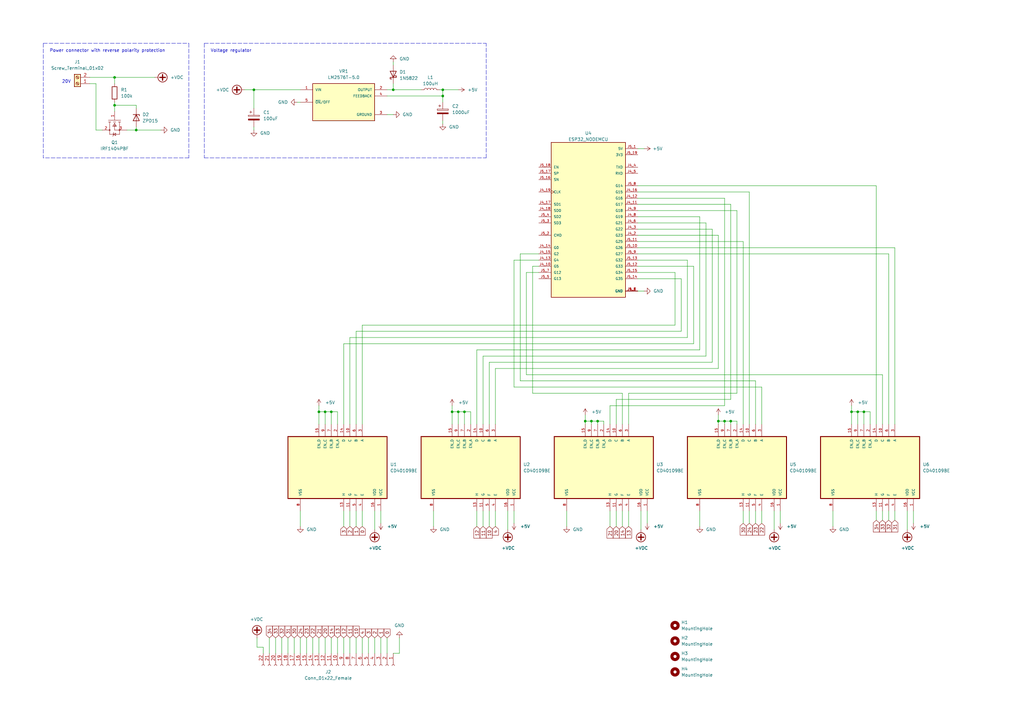
<source format=kicad_sch>
(kicad_sch (version 20211123) (generator eeschema)
  (paper "A3")
  (title_block (title "Vintage LED CLock Mainbaord") (date "2023-04-15") (rev "1.1") (company "Sternenlabor e. V.") (comment 1 "André Fiedler <mail@andrefiedler.de>"))
  (lib_symbols
    (symbol "CD40109BE:CD40109BE" (pin_names (offset 1.016))
      (property "Reference" "U" (at -12.7 21.3106 0))
      (property "Value" "CD40109BE" (at -12.7 -24.3078 0))
      (symbol "CD40109BE_0_0"
        (rectangle (start -12.7 -20.32) (end 12.7 20.32) (stroke (width 0.4064)) (fill (type background)))
        (pin power_in line (at 17.78 17.78 180) (length 5.08) (name "VCC") (number "1"))
        (pin input line (at -17.78 5.08 0) (length 5.08) (name "C") (number "10"))
        (pin output line (at 17.78 5.08 180) (length 5.08) (name "G") (number "11"))
        (pin output line (at 17.78 2.54 180) (length 5.08) (name "H") (number "13"))
        (pin input line (at -17.78 2.54 0) (length 5.08) (name "D") (number "14"))
        (pin input line (at -17.78 -7.62 0) (length 5.08) (name "EN_D") (number "15"))
        (pin power_in line (at 17.78 15.24 180) (length 5.08) (name "VDD") (number "16"))
        (pin input line (at -17.78 0 0) (length 5.08) (name "EN_A") (number "2"))
        (pin input line (at -17.78 10.16 0) (length 5.08) (name "A") (number "3"))
        (pin output line (at 17.78 10.16 180) (length 5.08) (name "E") (number "4"))
        (pin output line (at 17.78 7.62 180) (length 5.08) (name "F") (number "5"))
        (pin input line (at -17.78 7.62 0) (length 5.08) (name "B") (number "6"))
        (pin input line (at -17.78 -2.54 0) (length 5.08) (name "EN_B") (number "7"))
        (pin power_in line (at 17.78 -15.24 180) (length 5.08) (name "VSS") (number "8"))
        (pin input line (at -17.78 -5.08 0) (length 5.08) (name "EN_C") (number "9"))
      )
    )
    (symbol "Connector:Conn_01x22_Female" (pin_names (offset 1.016) hide)
      (property "Reference" "J" (at 0 27.94 0))
      (property "Value" "Conn_01x22_Female" (at 0 -30.48 0))
      (symbol "Conn_01x22_Female_1_1"
        (arc (start 0 -27.432) (mid -0.508 -27.94) (end 0 -28.448) (stroke (width 0.1524)))
        (arc (start 0 -24.892) (mid -0.508 -25.4) (end 0 -25.908) (stroke (width 0.1524)))
        (arc (start 0 -22.352) (mid -0.508 -22.86) (end 0 -23.368) (stroke (width 0.1524)))
        (arc (start 0 -19.812) (mid -0.508 -20.32) (end 0 -20.828) (stroke (width 0.1524)))
        (arc (start 0 -17.272) (mid -0.508 -17.78) (end 0 -18.288) (stroke (width 0.1524)))
        (arc (start 0 -14.732) (mid -0.508 -15.24) (end 0 -15.748) (stroke (width 0.1524)))
        (arc (start 0 -12.192) (mid -0.508 -12.7) (end 0 -13.208) (stroke (width 0.1524)))
        (arc (start 0 -9.652) (mid -0.508 -10.16) (end 0 -10.668) (stroke (width 0.1524)))
        (arc (start 0 -7.112) (mid -0.508 -7.62) (end 0 -8.128) (stroke (width 0.1524)))
        (arc (start 0 -4.572) (mid -0.508 -5.08) (end 0 -5.588) (stroke (width 0.1524)))
        (arc (start 0 -2.032) (mid -0.508 -2.54) (end 0 -3.048) (stroke (width 0.1524)))
        (polyline (pts (xy -1.27 -27.94) (xy -0.508 -27.94)) (stroke (width 0.1524)))
        (polyline (pts (xy -1.27 -25.4) (xy -0.508 -25.4)) (stroke (width 0.1524)))
        (polyline (pts (xy -1.27 -22.86) (xy -0.508 -22.86)) (stroke (width 0.1524)))
        (polyline (pts (xy -1.27 -20.32) (xy -0.508 -20.32)) (stroke (width 0.1524)))
        (polyline (pts (xy -1.27 -17.78) (xy -0.508 -17.78)) (stroke (width 0.1524)))
        (polyline (pts (xy -1.27 -15.24) (xy -0.508 -15.24)) (stroke (width 0.1524)))
        (polyline (pts (xy -1.27 -12.7) (xy -0.508 -12.7)) (stroke (width 0.1524)))
        (polyline (pts (xy -1.27 -10.16) (xy -0.508 -10.16)) (stroke (width 0.1524)))
        (polyline (pts (xy -1.27 -7.62) (xy -0.508 -7.62)) (stroke (width 0.1524)))
        (polyline (pts (xy -1.27 -5.08) (xy -0.508 -5.08)) (stroke (width 0.1524)))
        (polyline (pts (xy -1.27 -2.54) (xy -0.508 -2.54)) (stroke (width 0.1524)))
        (polyline (pts (xy -1.27 0) (xy -0.508 0)) (stroke (width 0.1524)))
        (polyline (pts (xy -1.27 2.54) (xy -0.508 2.54)) (stroke (width 0.1524)))
        (polyline (pts (xy -1.27 5.08) (xy -0.508 5.08)) (stroke (width 0.1524)))
        (polyline (pts (xy -1.27 7.62) (xy -0.508 7.62)) (stroke (width 0.1524)))
        (polyline (pts (xy -1.27 10.16) (xy -0.508 10.16)) (stroke (width 0.1524)))
        (polyline (pts (xy -1.27 12.7) (xy -0.508 12.7)) (stroke (width 0.1524)))
        (polyline (pts (xy -1.27 15.24) (xy -0.508 15.24)) (stroke (width 0.1524)))
        (polyline (pts (xy -1.27 17.78) (xy -0.508 17.78)) (stroke (width 0.1524)))
        (polyline (pts (xy -1.27 20.32) (xy -0.508 20.32)) (stroke (width 0.1524)))
        (polyline (pts (xy -1.27 22.86) (xy -0.508 22.86)) (stroke (width 0.1524)))
        (polyline (pts (xy -1.27 25.4) (xy -0.508 25.4)) (stroke (width 0.1524)))
        (arc (start 0 0.508) (mid -0.508 0) (end 0 -0.508) (stroke (width 0.1524)))
        (arc (start 0 3.048) (mid -0.508 2.54) (end 0 2.032) (stroke (width 0.1524)))
        (arc (start 0 5.588) (mid -0.508 5.08) (end 0 4.572) (stroke (width 0.1524)))
        (arc (start 0 8.128) (mid -0.508 7.62) (end 0 7.112) (stroke (width 0.1524)))
        (arc (start 0 10.668) (mid -0.508 10.16) (end 0 9.652) (stroke (width 0.1524)))
        (arc (start 0 13.208) (mid -0.508 12.7) (end 0 12.192) (stroke (width 0.1524)))
        (arc (start 0 15.748) (mid -0.508 15.24) (end 0 14.732) (stroke (width 0.1524)))
        (arc (start 0 18.288) (mid -0.508 17.78) (end 0 17.272) (stroke (width 0.1524)))
        (arc (start 0 20.828) (mid -0.508 20.32) (end 0 19.812) (stroke (width 0.1524)))
        (arc (start 0 23.368) (mid -0.508 22.86) (end 0 22.352) (stroke (width 0.1524)))
        (arc (start 0 25.908) (mid -0.508 25.4) (end 0 24.892) (stroke (width 0.1524)))
        (pin passive line (at -5.08 25.4 0) (length 3.81) (name "Pin_1") (number "1"))
        (pin passive line (at -5.08 2.54 0) (length 3.81) (name "Pin_10") (number "10"))
        (pin passive line (at -5.08 0 0) (length 3.81) (name "Pin_11") (number "11"))
        (pin passive line (at -5.08 -2.54 0) (length 3.81) (name "Pin_12") (number "12"))
        (pin passive line (at -5.08 -5.08 0) (length 3.81) (name "Pin_13") (number "13"))
        (pin passive line (at -5.08 -7.62 0) (length 3.81) (name "Pin_14") (number "14"))
        (pin passive line (at -5.08 -10.16 0) (length 3.81) (name "Pin_15") (number "15"))
        (pin passive line (at -5.08 -12.7 0) (length 3.81) (name "Pin_16") (number "16"))
        (pin passive line (at -5.08 -15.24 0) (length 3.81) (name "Pin_17") (number "17"))
        (pin passive line (at -5.08 -17.78 0) (length 3.81) (name "Pin_18") (number "18"))
        (pin passive line (at -5.08 -20.32 0) (length 3.81) (name "Pin_19") (number "19"))
        (pin passive line (at -5.08 22.86 0) (length 3.81) (name "Pin_2") (number "2"))
        (pin passive line (at -5.08 -22.86 0) (length 3.81) (name "Pin_20") (number "20"))
        (pin passive line (at -5.08 -25.4 0) (length 3.81) (name "Pin_21") (number "21"))
        (pin passive line (at -5.08 -27.94 0) (length 3.81) (name "Pin_22") (number "22"))
        (pin passive line (at -5.08 20.32 0) (length 3.81) (name "Pin_3") (number "3"))
        (pin passive line (at -5.08 17.78 0) (length 3.81) (name "Pin_4") (number "4"))
        (pin passive line (at -5.08 15.24 0) (length 3.81) (name "Pin_5") (number "5"))
        (pin passive line (at -5.08 12.7 0) (length 3.81) (name "Pin_6") (number "6"))
        (pin passive line (at -5.08 10.16 0) (length 3.81) (name "Pin_7") (number "7"))
        (pin passive line (at -5.08 7.62 0) (length 3.81) (name "Pin_8") (number "8"))
        (pin passive line (at -5.08 5.08 0) (length 3.81) (name "Pin_9") (number "9"))
      )
    )
    (symbol "Connector:Screw_Terminal_01x02" (pin_names (offset 1.016) hide)
      (property "Reference" "J" (at 0 2.54 0))
      (property "Value" "Screw_Terminal_01x02" (at 0 -5.08 0))
      (symbol "Screw_Terminal_01x02_1_1"
        (rectangle (start -1.27 1.27) (end 1.27 -3.81) (stroke (width 0.254)) (fill (type background)))
        (circle (center 0 -2.54) (radius 0.635) (stroke (width 0.1524)))
        (polyline (pts (xy -0.5334 -2.2098) (xy 0.3302 -3.048)) (stroke (width 0.1524)))
        (polyline (pts (xy -0.5334 0.3302) (xy 0.3302 -0.508)) (stroke (width 0.1524)))
        (polyline (pts (xy -0.3556 -2.032) (xy 0.508 -2.8702)) (stroke (width 0.1524)))
        (polyline (pts (xy -0.3556 0.508) (xy 0.508 -0.3302)) (stroke (width 0.1524)))
        (circle (center 0 0) (radius 0.635) (stroke (width 0.1524)))
        (pin passive line (at -5.08 0 0) (length 3.81) (name "Pin_1") (number "1"))
        (pin passive line (at -5.08 -2.54 0) (length 3.81) (name "Pin_2") (number "2"))
      )
    )
    (symbol "Device:C_Polarized" (pin_numbers hide) (pin_names (offset 0.254))
      (property "Reference" "C" (at 0.635 2.54 0))
      (property "Value" "C_Polarized" (at 0.635 -2.54 0))
      (symbol "C_Polarized_0_1"
        (rectangle (start -2.286 0.508) (end 2.286 1.016))
        (polyline (pts (xy -1.778 2.286) (xy -0.762 2.286)))
        (polyline (pts (xy -1.27 2.794) (xy -1.27 1.778)))
        (rectangle (start 2.286 -0.508) (end -2.286 -1.016) (fill (type outline)))
      )
      (symbol "C_Polarized_1_1"
        (pin passive line (at 0 3.81 270) (length 2.794) (name "~") (number "1"))
        (pin passive line (at 0 -3.81 90) (length 2.794) (name "~") (number "2"))
      )
    )
    (symbol "Device:L" (pin_numbers hide) (pin_names (offset 1.016) hide)
      (property "Reference" "L" (at -1.27 0 90))
      (property "Value" "L" (at 1.905 0 90))
      (symbol "L_0_1"
        (arc (start 0 -2.54) (mid 0.635 -1.905) (end 0 -1.27))
        (arc (start 0 -1.27) (mid 0.635 -0.635) (end 0 0))
        (arc (start 0 0) (mid 0.635 0.635) (end 0 1.27))
        (arc (start 0 1.27) (mid 0.635 1.905) (end 0 2.54))
      )
      (symbol "L_1_1"
        (pin passive line (at 0 3.81 270) (length 1.27) (name "1") (number "1"))
        (pin passive line (at 0 -3.81 90) (length 1.27) (name "2") (number "2"))
      )
    )
    (symbol "Device:R" (pin_numbers hide) (pin_names (offset 0))
      (property "Reference" "R" (at 2.032 0 90))
      (property "Value" "R" (at 0 0 90))
      (symbol "R_0_1"
        (rectangle (start -1.016 -2.54) (end 1.016 2.54) (stroke (width 0.254)))
      )
      (symbol "R_1_1"
        (pin passive line (at 0 3.81 270) (length 1.27) (name "~") (number "1"))
        (pin passive line (at 0 -3.81 90) (length 1.27) (name "~") (number "2"))
      )
    )
    (symbol "Diode:1N5822" (pin_numbers hide) (pin_names (offset 1.016) hide)
      (property "Reference" "D" (at 0 2.54 0))
      (property "Value" "1N5822" (at 0 -2.54 0))
      (symbol "1N5822_0_1"
        (polyline (pts (xy 1.27 0) (xy -1.27 0)))
        (polyline (pts (xy 1.27 1.27) (xy 1.27 -1.27) (xy -1.27 0) (xy 1.27 1.27)) (stroke (width 0.254)))
        (polyline (pts (xy -1.905 0.635) (xy -1.905 1.27) (xy -1.27 1.27) (xy -1.27 -1.27) (xy -0.635 -1.27) (xy -0.635 -0.635)) (stroke (width 0.254)))
      )
      (symbol "1N5822_1_1"
        (pin passive line (at -3.81 0 0) (length 2.54) (name "K") (number "1"))
        (pin passive line (at 3.81 0 180) (length 2.54) (name "A") (number "2"))
      )
    )
    (symbol "Diode:ZPDxx" (pin_numbers hide) (pin_names hide)
      (property "Reference" "D" (at 0 2.54 0))
      (property "Value" "ZPDxx" (at 0 -2.54 0))
      (symbol "ZPDxx_0_1"
        (polyline (pts (xy 1.27 0) (xy -1.27 0)))
        (polyline (pts (xy -1.27 -1.27) (xy -1.27 1.27) (xy -0.762 1.27)) (stroke (width 0.254)))
        (polyline (pts (xy 1.27 -1.27) (xy 1.27 1.27) (xy -1.27 0) (xy 1.27 -1.27)) (stroke (width 0.254)))
      )
      (symbol "ZPDxx_1_1"
        (pin passive line (at -3.81 0 0) (length 2.54) (name "K") (number "1"))
        (pin passive line (at 3.81 0 180) (length 2.54) (name "A") (number "2"))
      )
    )
    (symbol "ESP32_NODEMCU:ESP32_NODEMCU" (pin_names (offset 1.016))
      (property "Reference" "U" (at -15.24 31.242 0))
      (property "Value" "ESP32_NODEMCU" (at -15.24 -35.56 0))
      (symbol "ESP32_NODEMCU_0_0"
        (rectangle (start -15.24 -33.02) (end 15.24 30.48) (stroke (width 0.254)) (fill (type background)))
        (pin power_in line (at 20.32 -30.48 180) (length 5.08) (name "GND") (number "J4_1"))
        (pin bidirectional line (at -20.32 -20.32 0) (length 5.08) (name "G5") (number "J4_10"))
        (pin bidirectional line (at 20.32 5.08 180) (length 5.08) (name "G17") (number "J4_11"))
        (pin bidirectional line (at 20.32 7.62 180) (length 5.08) (name "G16") (number "J4_12"))
        (pin bidirectional line (at -20.32 -17.78 0) (length 5.08) (name "G4") (number "J4_13"))
        (pin bidirectional line (at -20.32 -12.7 0) (length 5.08) (name "G0") (number "J4_14"))
        (pin bidirectional line (at -20.32 -15.24 0) (length 5.08) (name "G2") (number "J4_15"))
        (pin bidirectional line (at 20.32 10.16 180) (length 5.08) (name "G15") (number "J4_16"))
        (pin bidirectional line (at -20.32 5.08 0) (length 5.08) (name "SD1") (number "J4_17"))
        (pin bidirectional line (at -20.32 2.54 0) (length 5.08) (name "SD0") (number "J4_18"))
        (pin input clock (at -20.32 10.16 0) (length 5.08) (name "CLK") (number "J4_19"))
        (pin bidirectional line (at 20.32 -7.62 180) (length 5.08) (name "G23") (number "J4_2"))
        (pin bidirectional line (at 20.32 -5.08 180) (length 5.08) (name "G22") (number "J4_3"))
        (pin output line (at 20.32 20.32 180) (length 5.08) (name "TXD") (number "J4_4"))
        (pin input line (at 20.32 17.78 180) (length 5.08) (name "RXD") (number "J4_5"))
        (pin bidirectional line (at 20.32 -2.54 180) (length 5.08) (name "G21") (number "J4_6"))
        (pin power_in line (at 20.32 -30.48 180) (length 5.08) (name "GND") (number "J4_7"))
        (pin bidirectional line (at 20.32 0 180) (length 5.08) (name "G19") (number "J4_8"))
        (pin bidirectional line (at 20.32 2.54 180) (length 5.08) (name "G18") (number "J4_9"))
        (pin power_in line (at 20.32 27.94 180) (length 5.08) (name "5V") (number "J5_1"))
        (pin bidirectional line (at 20.32 -12.7 180) (length 5.08) (name "G26") (number "J5_10"))
        (pin bidirectional line (at 20.32 -10.16 180) (length 5.08) (name "G25") (number "J5_11"))
        (pin bidirectional line (at 20.32 -20.32 180) (length 5.08) (name "G33") (number "J5_12"))
        (pin bidirectional line (at 20.32 -17.78 180) (length 5.08) (name "G32") (number "J5_13"))
        (pin bidirectional line (at 20.32 -25.4 180) (length 5.08) (name "G35") (number "J5_14"))
        (pin bidirectional line (at 20.32 -22.86 180) (length 5.08) (name "G34") (number "J5_15"))
        (pin input line (at -20.32 15.24 0) (length 5.08) (name "SN") (number "J5_16"))
        (pin input line (at -20.32 17.78 0) (length 5.08) (name "SP") (number "J5_17"))
        (pin input line (at -20.32 20.32 0) (length 5.08) (name "EN") (number "J5_18"))
        (pin power_in line (at 20.32 25.4 180) (length 5.08) (name "3V3") (number "J5_19"))
        (pin bidirectional line (at -20.32 -7.62 0) (length 5.08) (name "CMD") (number "J5_2"))
        (pin bidirectional line (at -20.32 -2.54 0) (length 5.08) (name "SD3") (number "J5_3"))
        (pin bidirectional line (at -20.32 0 0) (length 5.08) (name "SD2") (number "J5_4"))
        (pin bidirectional line (at -20.32 -25.4 0) (length 5.08) (name "G13") (number "J5_5"))
        (pin power_in line (at 20.32 -30.48 180) (length 5.08) (name "GND") (number "J5_6"))
        (pin bidirectional line (at -20.32 -22.86 0) (length 5.08) (name "G12") (number "J5_7"))
        (pin bidirectional line (at 20.32 12.7 180) (length 5.08) (name "G14") (number "J5_8"))
        (pin bidirectional line (at 20.32 -15.24 180) (length 5.08) (name "G27") (number "J5_9"))
      )
    )
    (symbol "IRF1404PBF:IRF1404PBF" (pin_names (offset 1.016))
      (property "Reference" "Q" (at 0 7.62 0))
      (property "Value" "IRF1404PBF" (at 0 10.16 0))
      (symbol "IRF1404PBF_1_1"
        (polyline (pts (xy 6.096 -2.54) (xy 6.096 2.54)))
        (polyline (pts (xy 6.858 -2.032) (xy 10.16 -2.032)))
        (polyline (pts (xy 6.858 -1.524) (xy 6.858 -2.54)))
        (polyline (pts (xy 6.858 0.508) (xy 6.858 -0.508)))
        (polyline (pts (xy 6.858 1.524) (xy 6.858 2.54)))
        (polyline (pts (xy 6.858 2.032) (xy 10.16 2.032)))
        (polyline (pts (xy 7.366 0) (xy 8.636 -0.762)))
        (polyline (pts (xy 7.366 0) (xy 8.636 0.762)))
        (polyline (pts (xy 7.62 0) (xy 10.16 0)))
        (polyline (pts (xy 8.382 0.254) (xy 8.382 -0.508)))
        (polyline (pts (xy 8.636 0.762) (xy 8.636 -0.762)))
        (polyline (pts (xy 10.16 -2.032) (xy 11.938 -2.032)))
        (polyline (pts (xy 11.43 -0.508) (xy 12.446 -0.508)))
        (polyline (pts (xy 11.43 0.508) (xy 11.176 0.254)))
        (polyline (pts (xy 11.938 -2.032) (xy 11.938 2.032)))
        (polyline (pts (xy 11.938 0.508) (xy 11.43 -0.508)))
        (polyline (pts (xy 11.938 0.508) (xy 11.43 0.508)))
        (polyline (pts (xy 11.938 0.508) (xy 12.446 0.508)))
        (polyline (pts (xy 11.938 2.032) (xy 10.16 2.032)))
        (polyline (pts (xy 12.446 -0.508) (xy 11.938 0.508)))
        (polyline (pts (xy 12.446 0.508) (xy 12.7 0.762)))
        (circle (center 10.16 -2.032) (radius 0.254))
        (circle (center 10.16 2.032) (radius 0.254))
        (pin passive line (at 2.54 0 0) (length 3.556) (name "GATE") (number "1"))
        (pin passive line (at 10.16 5.08 270) (length 3.048) (name "DRAIN") (number "2"))
        (pin passive line (at 10.16 -5.08 90) (length 5.08) (name "SOURCE") (number "3"))
      )
    )
    (symbol "LM2576T-5.0:LM2576T-5.0" (pin_names (offset 1.016))
      (property "Reference" "VR" (at -12.7 8.89 0))
      (property "Value" "LM2576T-5.0" (at -12.7 -8.89 0))
      (symbol "LM2576T-5.0_0_0"
        (rectangle (start -12.7 -7.62) (end 12.7 7.62) (stroke (width 0.254)) (fill (type background)))
        (pin input line (at -17.78 5.08 0) (length 5.08) (name "VIN") (number "1"))
        (pin output line (at 17.78 5.08 180) (length 5.08) (name "OUTPUT") (number "2"))
        (pin power_in line (at 17.78 -5.08 180) (length 5.08) (name "GROUND") (number "3"))
        (pin input line (at 17.78 2.54 180) (length 5.08) (name "FEEDBACK") (number "4"))
        (pin input line (at -17.78 0 0) (length 5.08) (name "~{ON}/OFF") (number "5"))
      )
    )
    (symbol "Mechanical:MountingHole" (pin_names (offset 1.016))
      (property "Reference" "H" (at 0 5.08 0))
      (property "Value" "MountingHole" (at 0 3.175 0))
      (symbol "MountingHole_0_1"
        (circle (center 0 0) (radius 1.27) (stroke (width 1.27)))
      )
    )
    (symbol "power:+5V" (power) (pin_names (offset 0))
      (property "Value" "+5V" (at 0 3.556 0))
      (symbol "+5V_0_1"
        (polyline (pts (xy -0.762 1.27) (xy 0 2.54)))
        (polyline (pts (xy 0 0) (xy 0 2.54)))
        (polyline (pts (xy 0 2.54) (xy 0.762 1.27)))
      )
      (symbol "+5V_1_1"
        (pin power_in line (at 0 0 90) (length 0) hide (name "+5V") (number "1"))
      )
    )
    (symbol "power:+VDC" (power) (pin_names (offset 0))
      (property "Value" "+VDC" (at 0 6.35 0))
      (symbol "+VDC_0_1"
        (polyline (pts (xy -1.143 3.175) (xy 1.143 3.175)) (stroke (width 0.508)))
        (polyline (pts (xy 0 0) (xy 0 1.27)))
        (polyline (pts (xy 0 2.032) (xy 0 4.318)) (stroke (width 0.508)))
        (circle (center 0 3.175) (radius 1.905) (stroke (width 0.254)))
      )
      (symbol "+VDC_1_1"
        (pin power_in line (at 0 0 90) (length 0) hide (name "+VDC") (number "1"))
      )
    )
    (symbol "power:GND" (power) (pin_names (offset 0))
      (property "Value" "GND" (at 0 -3.81 0))
      (symbol "GND_0_1"
        (polyline (pts (xy 0 0) (xy 0 -1.27) (xy 1.27 -1.27) (xy 0 -2.54) (xy -1.27 -1.27) (xy 0 -1.27)))
      )
      (symbol "GND_1_1"
        (pin power_in line (at 0 0 270) (length 0) hide (name "GND") (number "1"))
      )
    )
  )
  (junction (at 349.25 168.91))
  (junction (at 185.42 168.91))
  (junction (at 294.64 172.72))
  (junction (at 55.88 53.34))
  (junction (at 245.11 172.72))
  (junction (at 130.81 168.91))
  (junction (at 187.96 168.91))
  (junction (at 181.61 39.37))
  (junction (at 190.5 168.91))
  (junction (at 351.79 168.91))
  (junction (at 299.72 172.72))
  (junction (at 133.35 168.91))
  (junction (at 354.33 168.91))
  (junction (at 240.03 172.72))
  (junction (at 242.57 172.72))
  (junction (at 46.99 43.18))
  (junction (at 46.99 31.75))
  (junction (at 104.14 36.83))
  (junction (at 161.29 36.83))
  (junction (at 135.89 168.91))
  (junction (at 181.61 36.83))
  (junction (at 297.18 172.72))
  (wire (pts (xy 320.04 209.55) (xy 320.04 214.63)))
  (wire (pts (xy 143.51 209.55) (xy 143.51 215.9)))
  (wire (pts (xy 125.73 267.97) (xy 125.73 261.62)))
  (wire (pts (xy 133.35 267.97) (xy 133.35 261.62)))
  (wire (pts (xy 304.8 99.06) (xy 261.62 99.06)))
  (wire (pts (xy 46.99 43.18) (xy 46.99 45.72)))
  (wire (pts (xy 180.34 36.83) (xy 181.61 36.83)))
  (wire (pts (xy 289.56 146.05) (xy 198.12 146.05)))
  (wire (pts (xy 257.81 161.29) (xy 302.26 161.29)))
  (wire (pts (xy 367.03 209.55) (xy 367.03 213.36)))
  (wire (pts (xy 359.41 76.2) (xy 359.41 173.99)))
  (wire (pts (xy 309.88 173.99) (xy 309.88 156.21)))
  (wire (pts (xy 104.14 36.83) (xy 123.19 36.83)))
  (wire (pts (xy 240.03 170.18) (xy 240.03 172.72)))
  (wire (pts (xy 55.88 43.18) (xy 46.99 43.18)))
  (wire (pts (xy 158.75 46.99) (xy 161.29 46.99)))
  (wire (pts (xy 242.57 172.72) (xy 240.03 172.72)))
  (wire (pts (xy 354.33 168.91) (xy 351.79 168.91)))
  (wire (pts (xy 153.67 267.97) (xy 153.67 261.62)))
  (wire (pts (xy 261.62 76.2) (xy 359.41 76.2)))
  (wire (pts (xy 261.62 81.28) (xy 297.18 81.28)))
  (wire (pts (xy 292.1 148.59) (xy 292.1 93.98)))
  (wire (pts (xy 261.62 119.38) (xy 264.16 119.38)))
  (wire (pts (xy 364.49 104.14) (xy 364.49 173.99)))
  (wire (pts (xy 307.34 173.99) (xy 307.34 78.74)))
  (wire (pts (xy 128.27 267.97) (xy 128.27 261.62)))
  (wire (pts (xy 299.72 163.83) (xy 252.73 163.83)))
  (wire (pts (xy 133.35 168.91) (xy 133.35 173.99)))
  (wire (pts (xy 294.64 96.52) (xy 261.62 96.52)))
  (wire (pts (xy 185.42 166.37) (xy 185.42 168.91)))
  (wire (pts (xy 203.2 151.13) (xy 294.64 151.13)))
  (wire (pts (xy 299.72 172.72) (xy 299.72 173.99)))
  (wire (pts (xy 113.03 267.97) (xy 113.03 261.62)))
  (wire (pts (xy 39.37 34.29) (xy 39.37 53.34)))
  (wire (pts (xy 55.88 44.45) (xy 55.88 43.18)))
  (wire (pts (xy 181.61 39.37) (xy 181.61 41.91)))
  (wire (pts (xy 185.42 168.91) (xy 185.42 173.99)))
  (wire (pts (xy 130.81 168.91) (xy 130.81 173.99)))
  (wire (pts (xy 213.36 104.14) (xy 220.98 104.14)))
  (wire (pts (xy 148.59 209.55) (xy 148.59 215.9)))
  (wire (pts (xy 262.89 209.55) (xy 262.89 217.17)))
  (wire (pts (xy 302.26 173.99) (xy 302.26 172.72)))
  (wire (pts (xy 39.37 53.34) (xy 41.91 53.34)))
  (wire (pts (xy 372.11 209.55) (xy 372.11 217.17)))
  (wire (pts (xy 195.58 143.51) (xy 287.02 143.51)))
  (wire (pts (xy 118.11 267.97) (xy 118.11 261.62)))
  (wire (pts (xy 195.58 209.55) (xy 195.58 215.9)))
  (wire (pts (xy 364.49 209.55) (xy 364.49 213.36)))
  (wire (pts (xy 138.43 168.91) (xy 135.89 168.91)))
  (wire (pts (xy 163.83 267.97) (xy 161.29 267.97)))
  (wire (pts (xy 156.21 209.55) (xy 156.21 214.63)))
  (wire (pts (xy 163.83 261.62) (xy 163.83 267.97)))
  (wire (pts (xy 294.64 170.18) (xy 294.64 172.72)))
  (wire (pts (xy 261.62 106.68) (xy 281.94 106.68)))
  (wire (pts (xy 261.62 111.76) (xy 276.86 111.76)))
  (wire (pts (xy 46.99 31.75) (xy 63.5 31.75)))
  (wire (pts (xy 218.44 109.22) (xy 220.98 109.22)))
  (wire (pts (xy 261.62 114.3) (xy 279.4 114.3)))
  (wire (pts (xy 356.87 168.91) (xy 354.33 168.91)))
  (wire (pts (xy 138.43 173.99) (xy 138.43 168.91)))
  (wire (pts (xy 257.81 209.55) (xy 257.81 215.9)))
  (wire (pts (xy 255.27 209.55) (xy 255.27 215.9)))
  (wire (pts (xy 190.5 168.91) (xy 187.96 168.91)))
  (wire (pts (xy 349.25 166.37) (xy 349.25 168.91)))
  (wire (pts (xy 299.72 83.82) (xy 299.72 163.83)))
  (wire (pts (xy 356.87 173.99) (xy 356.87 168.91)))
  (wire (pts (xy 123.19 209.55) (xy 123.19 215.9)))
  (polyline (pts (xy 17.78 17.78) (xy 17.78 64.77)))
  (wire (pts (xy 213.36 156.21) (xy 213.36 104.14)))
  (wire (pts (xy 317.5 209.55) (xy 317.5 217.17)))
  (wire (pts (xy 105.41 265.43) (xy 107.95 265.43)))
  (wire (pts (xy 250.19 209.55) (xy 250.19 215.9)))
  (wire (pts (xy 215.9 111.76) (xy 220.98 111.76)))
  (wire (pts (xy 218.44 161.29) (xy 218.44 109.22)))
  (wire (pts (xy 302.26 86.36) (xy 302.26 161.29)))
  (wire (pts (xy 312.42 158.75) (xy 210.82 158.75)))
  (wire (pts (xy 261.62 86.36) (xy 302.26 86.36)))
  (wire (pts (xy 198.12 209.55) (xy 198.12 215.9)))
  (wire (pts (xy 250.19 166.37) (xy 250.19 173.99)))
  (wire (pts (xy 146.05 267.97) (xy 146.05 261.62)))
  (wire (pts (xy 140.97 267.97) (xy 140.97 261.62)))
  (wire (pts (xy 287.02 209.55) (xy 287.02 215.9)))
  (wire (pts (xy 52.07 53.34) (xy 55.88 53.34)))
  (wire (pts (xy 287.02 143.51) (xy 287.02 88.9)))
  (wire (pts (xy 245.11 172.72) (xy 242.57 172.72)))
  (wire (pts (xy 140.97 140.97) (xy 284.48 140.97)))
  (wire (pts (xy 232.41 209.55) (xy 232.41 215.9)))
  (wire (pts (xy 245.11 172.72) (xy 245.11 173.99)))
  (wire (pts (xy 247.65 172.72) (xy 245.11 172.72)))
  (wire (pts (xy 130.81 267.97) (xy 130.81 261.62)))
  (wire (pts (xy 257.81 173.99) (xy 257.81 161.29)))
  (wire (pts (xy 210.82 106.68) (xy 220.98 106.68)))
  (wire (pts (xy 261.62 91.44) (xy 289.56 91.44)))
  (wire (pts (xy 187.96 168.91) (xy 187.96 173.99)))
  (wire (pts (xy 161.29 25.4) (xy 161.29 26.67)))
  (wire (pts (xy 297.18 166.37) (xy 250.19 166.37)))
  (polyline (pts (xy 83.82 64.77) (xy 199.39 64.77)))
  (wire (pts (xy 261.62 83.82) (xy 299.72 83.82)))
  (wire (pts (xy 261.62 104.14) (xy 364.49 104.14)))
  (wire (pts (xy 203.2 209.55) (xy 203.2 215.9)))
  (wire (pts (xy 351.79 168.91) (xy 349.25 168.91)))
  (wire (pts (xy 181.61 39.37) (xy 181.61 36.83)))
  (wire (pts (xy 252.73 209.55) (xy 252.73 215.9)))
  (wire (pts (xy 110.49 267.97) (xy 110.49 261.62)))
  (wire (pts (xy 294.64 172.72) (xy 294.64 173.99)))
  (wire (pts (xy 100.33 36.83) (xy 104.14 36.83)))
  (wire (pts (xy 312.42 209.55) (xy 312.42 214.63)))
  (wire (pts (xy 302.26 172.72) (xy 299.72 172.72)))
  (polyline (pts (xy 83.82 17.78) (xy 83.82 64.77)))
  (wire (pts (xy 299.72 172.72) (xy 297.18 172.72)))
  (wire (pts (xy 200.66 148.59) (xy 292.1 148.59)))
  (wire (pts (xy 158.75 36.83) (xy 161.29 36.83)))
  (wire (pts (xy 181.61 49.53) (xy 181.61 50.8)))
  (wire (pts (xy 158.75 267.97) (xy 158.75 261.62)))
  (wire (pts (xy 107.95 265.43) (xy 107.95 267.97)))
  (wire (pts (xy 146.05 135.89) (xy 279.4 135.89)))
  (wire (pts (xy 265.43 209.55) (xy 265.43 214.63)))
  (wire (pts (xy 307.34 209.55) (xy 307.34 214.63)))
  (wire (pts (xy 177.8 209.55) (xy 177.8 215.9)))
  (wire (pts (xy 284.48 109.22) (xy 284.48 140.97)))
  (wire (pts (xy 307.34 78.74) (xy 261.62 78.74)))
  (wire (pts (xy 297.18 81.28) (xy 297.18 166.37)))
  (wire (pts (xy 104.14 52.07) (xy 104.14 53.34)))
  (wire (pts (xy 115.57 267.97) (xy 115.57 261.62)))
  (wire (pts (xy 133.35 168.91) (xy 130.81 168.91)))
  (wire (pts (xy 105.41 261.62) (xy 105.41 265.43)))
  (wire (pts (xy 120.65 267.97) (xy 120.65 261.62)))
  (wire (pts (xy 148.59 133.35) (xy 276.86 133.35)))
  (wire (pts (xy 193.04 168.91) (xy 190.5 168.91)))
  (wire (pts (xy 304.8 173.99) (xy 304.8 99.06)))
  (wire (pts (xy 146.05 135.89) (xy 146.05 173.99)))
  (wire (pts (xy 359.41 209.55) (xy 359.41 213.36)))
  (wire (pts (xy 190.5 168.91) (xy 190.5 173.99)))
  (wire (pts (xy 240.03 172.72) (xy 240.03 173.99)))
  (wire (pts (xy 203.2 173.99) (xy 203.2 151.13)))
  (wire (pts (xy 187.96 168.91) (xy 185.42 168.91)))
  (wire (pts (xy 279.4 114.3) (xy 279.4 135.89)))
  (polyline (pts (xy 199.39 64.77) (xy 199.39 17.78)))
  (wire (pts (xy 195.58 173.99) (xy 195.58 143.51)))
  (wire (pts (xy 242.57 172.72) (xy 242.57 173.99)))
  (wire (pts (xy 341.63 209.55) (xy 341.63 215.9)))
  (polyline (pts (xy 17.78 17.78) (xy 77.47 17.78)))
  (wire (pts (xy 148.59 133.35) (xy 148.59 173.99)))
  (wire (pts (xy 123.19 267.97) (xy 123.19 261.62)))
  (wire (pts (xy 135.89 168.91) (xy 135.89 173.99)))
  (wire (pts (xy 146.05 209.55) (xy 146.05 215.9)))
  (wire (pts (xy 312.42 173.99) (xy 312.42 158.75)))
  (wire (pts (xy 193.04 173.99) (xy 193.04 168.91)))
  (wire (pts (xy 151.13 267.97) (xy 151.13 261.62)))
  (wire (pts (xy 138.43 267.97) (xy 138.43 261.62)))
  (wire (pts (xy 148.59 267.97) (xy 148.59 261.62)))
  (wire (pts (xy 252.73 163.83) (xy 252.73 173.99)))
  (wire (pts (xy 361.95 209.55) (xy 361.95 213.36)))
  (wire (pts (xy 158.75 39.37) (xy 181.61 39.37)))
  (wire (pts (xy 135.89 267.97) (xy 135.89 261.62)))
  (wire (pts (xy 292.1 93.98) (xy 261.62 93.98)))
  (wire (pts (xy 200.66 209.55) (xy 200.66 215.9)))
  (wire (pts (xy 143.51 138.43) (xy 281.94 138.43)))
  (wire (pts (xy 156.21 267.97) (xy 156.21 261.62)))
  (wire (pts (xy 210.82 209.55) (xy 210.82 214.63)))
  (wire (pts (xy 39.37 34.29) (xy 36.83 34.29)))
  (wire (pts (xy 181.61 36.83) (xy 187.96 36.83)))
  (wire (pts (xy 304.8 209.55) (xy 304.8 214.63)))
  (wire (pts (xy 261.62 109.22) (xy 284.48 109.22)))
  (wire (pts (xy 294.64 151.13) (xy 294.64 96.52)))
  (wire (pts (xy 210.82 158.75) (xy 210.82 106.68)))
  (wire (pts (xy 247.65 173.99) (xy 247.65 172.72)))
  (wire (pts (xy 143.51 267.97) (xy 143.51 261.62)))
  (wire (pts (xy 46.99 41.91) (xy 46.99 43.18)))
  (wire (pts (xy 140.97 209.55) (xy 140.97 215.9)))
  (wire (pts (xy 130.81 166.37) (xy 130.81 168.91)))
  (wire (pts (xy 215.9 153.67) (xy 361.95 153.67)))
  (wire (pts (xy 55.88 53.34) (xy 66.04 53.34)))
  (wire (pts (xy 255.27 173.99) (xy 255.27 161.29)))
  (wire (pts (xy 200.66 173.99) (xy 200.66 148.59)))
  (wire (pts (xy 55.88 53.34) (xy 55.88 52.07)))
  (wire (pts (xy 46.99 31.75) (xy 46.99 34.29)))
  (wire (pts (xy 104.14 36.83) (xy 104.14 44.45)))
  (wire (pts (xy 361.95 153.67) (xy 361.95 173.99)))
  (wire (pts (xy 264.16 60.96) (xy 261.62 60.96)))
  (wire (pts (xy 276.86 111.76) (xy 276.86 133.35)))
  (wire (pts (xy 261.62 101.6) (xy 367.03 101.6)))
  (wire (pts (xy 309.88 209.55) (xy 309.88 214.63)))
  (polyline (pts (xy 77.47 17.78) (xy 77.47 64.77)))
  (wire (pts (xy 351.79 168.91) (xy 351.79 173.99)))
  (wire (pts (xy 255.27 161.29) (xy 218.44 161.29)))
  (wire (pts (xy 289.56 91.44) (xy 289.56 146.05)))
  (wire (pts (xy 281.94 106.68) (xy 281.94 138.43)))
  (wire (pts (xy 161.29 36.83) (xy 172.72 36.83)))
  (wire (pts (xy 140.97 140.97) (xy 140.97 173.99)))
  (wire (pts (xy 349.25 168.91) (xy 349.25 173.99)))
  (wire (pts (xy 287.02 88.9) (xy 261.62 88.9)))
  (wire (pts (xy 121.92 41.91) (xy 123.19 41.91)))
  (wire (pts (xy 309.88 156.21) (xy 213.36 156.21)))
  (wire (pts (xy 143.51 138.43) (xy 143.51 173.99)))
  (polyline (pts (xy 77.47 64.77) (xy 17.78 64.77)))
  (polyline (pts (xy 83.82 17.78) (xy 199.39 17.78)))
  (wire (pts (xy 36.83 31.75) (xy 46.99 31.75)))
  (wire (pts (xy 208.28 209.55) (xy 208.28 217.17)))
  (wire (pts (xy 198.12 146.05) (xy 198.12 173.99)))
  (wire (pts (xy 354.33 168.91) (xy 354.33 173.99)))
  (wire (pts (xy 374.65 209.55) (xy 374.65 214.63)))
  (wire (pts (xy 297.18 172.72) (xy 294.64 172.72)))
  (wire (pts (xy 367.03 101.6) (xy 367.03 173.99)))
  (wire (pts (xy 135.89 168.91) (xy 133.35 168.91)))
  (wire (pts (xy 161.29 34.29) (xy 161.29 36.83)))
  (wire (pts (xy 215.9 153.67) (xy 215.9 111.76)))
  (wire (pts (xy 153.67 209.55) (xy 153.67 217.17)))
  (wire (pts (xy 297.18 172.72) (xy 297.18 173.99)))
  (text "20V" (at 25.4 34.29 0) (effects (font (size 1.27 1.27)) (justify left bottom)))
  (text "Power connector with reverse polarity protection" (at 20.32 21.59 0) (effects (font (size 1.27 1.27)) (justify left bottom)))
  (text "Voltage regulator" (at 86.36 21.59 0) (effects (font (size 1.27 1.27)) (justify left bottom)))
  (global_label "23" (shape input) (at 125.73 261.62 90) (property "Intersheet References" "${INTERSHEET_REFS}" (effects hide)))
  (global_label "24" (shape input) (at 307.34 214.63 270) (property "Intersheet References" "${INTERSHEET_REFS}" (effects hide)))
  (global_label "2" (shape input) (at 153.67 261.62 90) (property "Intersheet References" "${INTERSHEET_REFS}" (effects hide)))
  (global_label "11" (shape input) (at 143.51 261.62 90) (property "Intersheet References" "${INTERSHEET_REFS}" (effects hide)))
  (global_label "30" (shape input) (at 120.65 261.62 90) (property "Intersheet References" "${INTERSHEET_REFS}" (effects hide)))
  (global_label "3" (shape input) (at 151.13 261.62 90) (property "Intersheet References" "${INTERSHEET_REFS}" (effects hide)))
  (global_label "33" (shape input) (at 113.03 261.62 90) (property "Intersheet References" "${INTERSHEET_REFS}" (effects hide)))
  (global_label "21" (shape input) (at 250.19 215.9 270) (property "Intersheet References" "${INTERSHEET_REFS}" (effects hide)))
  (global_label "32" (shape input) (at 115.57 261.62 90) (property "Intersheet References" "${INTERSHEET_REFS}" (effects hide)))
  (global_label "2" (shape input) (at 143.51 215.9 270) (property "Intersheet References" "${INTERSHEET_REFS}" (effects hide)))
  (global_label "10" (shape input) (at 146.05 261.62 90) (property "Intersheet References" "${INTERSHEET_REFS}" (effects hide)))
  (global_label "31" (shape input) (at 118.11 261.62 90) (property "Intersheet References" "${INTERSHEET_REFS}" (effects hide)))
  (global_label "22" (shape input) (at 312.42 214.63 270) (property "Intersheet References" "${INTERSHEET_REFS}" (effects hide)))
  (global_label "14" (shape input) (at 255.27 215.9 270) (property "Intersheet References" "${INTERSHEET_REFS}" (effects hide)))
  (global_label "13" (shape input) (at 138.43 261.62 90) (property "Intersheet References" "${INTERSHEET_REFS}" (effects hide)))
  (global_label "20" (shape input) (at 133.35 261.62 90) (property "Intersheet References" "${INTERSHEET_REFS}" (effects hide)))
  (global_label "4" (shape input) (at 203.2 215.9 270) (property "Intersheet References" "${INTERSHEET_REFS}" (effects hide)))
  (global_label "3" (shape input) (at 140.97 215.9 270) (property "Intersheet References" "${INTERSHEET_REFS}" (effects hide)))
  (global_label "12" (shape input) (at 195.58 215.9 270) (property "Intersheet References" "${INTERSHEET_REFS}" (effects hide)))
  (global_label "13" (shape input) (at 257.81 215.9 270) (property "Intersheet References" "${INTERSHEET_REFS}" (effects hide)))
  (global_label "14" (shape input) (at 135.89 261.62 90) (property "Intersheet References" "${INTERSHEET_REFS}" (effects hide)))
  (global_label "33" (shape input) (at 361.95 213.36 270) (property "Intersheet References" "${INTERSHEET_REFS}" (effects hide)))
  (global_label "0" (shape input) (at 158.75 261.62 90) (property "Intersheet References" "${INTERSHEET_REFS}" (effects hide)))
  (global_label "24" (shape input) (at 123.19 261.62 90) (property "Intersheet References" "${INTERSHEET_REFS}" (effects hide)))
  (global_label "34" (shape input) (at 359.41 213.36 270) (property "Intersheet References" "${INTERSHEET_REFS}" (effects hide)))
  (global_label "4" (shape input) (at 148.59 261.62 90) (property "Intersheet References" "${INTERSHEET_REFS}" (effects hide)))
  (global_label "34" (shape input) (at 110.49 261.62 90) (property "Intersheet References" "${INTERSHEET_REFS}" (effects hide)))
  (global_label "1" (shape input) (at 156.21 261.62 90) (property "Intersheet References" "${INTERSHEET_REFS}" (effects hide)))
  (global_label "11" (shape input) (at 198.12 215.9 270) (property "Intersheet References" "${INTERSHEET_REFS}" (effects hide)))
  (global_label "12" (shape input) (at 140.97 261.62 90) (property "Intersheet References" "${INTERSHEET_REFS}" (effects hide)))
  (global_label "30" (shape input) (at 304.8 214.63 270) (property "Intersheet References" "${INTERSHEET_REFS}" (effects hide)))
  (global_label "22" (shape input) (at 128.27 261.62 90) (property "Intersheet References" "${INTERSHEET_REFS}" (effects hide)))
  (global_label "20" (shape input) (at 252.73 215.9 270) (property "Intersheet References" "${INTERSHEET_REFS}" (effects hide)))
  (global_label "31" (shape input) (at 367.03 213.36 270) (property "Intersheet References" "${INTERSHEET_REFS}" (effects hide)))
  (global_label "1" (shape input) (at 146.05 215.9 270) (property "Intersheet References" "${INTERSHEET_REFS}" (effects hide)))
  (global_label "23" (shape input) (at 309.88 214.63 270) (property "Intersheet References" "${INTERSHEET_REFS}" (effects hide)))
  (global_label "10" (shape input) (at 200.66 215.9 270) (property "Intersheet References" "${INTERSHEET_REFS}" (effects hide)))
  (global_label "32" (shape input) (at 364.49 213.36 270) (property "Intersheet References" "${INTERSHEET_REFS}" (effects hide)))
  (global_label "21" (shape input) (at 130.81 261.62 90) (property "Intersheet References" "${INTERSHEET_REFS}" (effects hide)))
  (global_label "0" (shape input) (at 148.59 215.9 270) (property "Intersheet References" "${INTERSHEET_REFS}" (effects hide)))
  (symbol (lib_id "Device:C_Polarized") (at 181.61 45.72 0) (unit 1)
    (property "Reference" "C2" (at 185.42 43.5609 0) (effects (justify left)))
    (property "Value" "1000uF" (at 185.42 46.1009 0) (effects (justify left)))
    (property "Footprint" "Capacitor_THT:CP_Radial_D10.0mm_P5.00mm" (effects hide))
  )
  (symbol (lib_id "power:+5V") (at 240.03 170.18 0) (unit 1)
    (property "Reference" "#PWR0115" (effects hide))
    (property "Value" "+5V" (at 242.57 168.9099 0) (effects (justify left)))
  )
  (symbol (lib_id "power:+5V") (at 374.65 214.63 180) (unit 1)
    (property "Reference" "#PWR0105" (effects hide))
    (property "Value" "+5V" (at 377.19 215.8999 0) (effects (justify right)))
  )
  (symbol (lib_id "Mechanical:MountingHole") (at 276.86 275.59 0) (unit 1)
    (property "Reference" "H4" (at 279.4 274.3199 0) (effects (justify left)))
    (property "Value" "MountingHole" (at 279.4 276.8599 0) (effects (justify left)))
    (property "Footprint" "MountingHole:MountingHole_3.2mm_M3" (effects hide))
  )
  (symbol (lib_id "power:+5V") (at 264.16 60.96 270) (unit 1)
    (property "Reference" "#PWR0121" (effects hide))
    (property "Value" "+5V" (at 271.78 60.96 90) (effects (justify right)))
  )
  (symbol (lib_id "CD40109BE:CD40109BE") (at 302.26 191.77 270) (unit 1)
    (property "Reference" "U5" (at 323.85 190.4999 90) (effects (justify left)))
    (property "Value" "CD40109BE" (at 323.85 193.0399 90) (effects (justify left)))
    (property "Footprint" "CD40109BE:DIP794W45P254L1969H508Q16" (effects hide))
  )
  (symbol (lib_id "power:+5V") (at 210.82 214.63 180) (unit 1)
    (property "Reference" "#PWR0117" (effects hide))
    (property "Value" "+5V" (at 213.36 215.8999 0) (effects (justify right)))
  )
  (symbol (lib_id "Connector:Conn_01x22_Female") (at 135.89 273.05 270) (unit 1)
    (property "Reference" "J2" (at 134.62 275.59 90))
    (property "Value" "Conn_01x22_Female" (at 134.62 278.13 90))
    (property "Footprint" "Connector_PinSocket_2.54mm:PinSocket_1x22_P2.54mm_Vertical" (effects hide))
  )
  (symbol (lib_id "LM2576T-5.0:LM2576T-5.0") (at 140.97 41.91 0) (unit 1)
    (property "Reference" "VR1" (at 140.97 29.21 0))
    (property "Value" "LM2576T-5.0" (at 140.97 31.75 0))
    (property "Footprint" "LM2576T-5.0:TO170P1067X483X1651-5" (effects hide))
    (property "MAXIMUM_PACKAGE_HEIGHT" "16.51mm" (effects hide))
    (property "STANDARD" "IPC-7351B" (effects hide))
    (property "PARTREV" "E" (effects hide))
    (property "MANUFACTURER" "HTC" (effects hide))
  )
  (symbol (lib_id "power:GND") (at 181.61 50.8 0) (unit 1)
    (property "Reference" "#PWR0123" (effects hide))
    (property "Value" "GND" (at 184.15 52.0699 0) (effects (justify left)))
  )
  (symbol (lib_id "CD40109BE:CD40109BE") (at 138.43 191.77 270) (unit 1)
    (property "Reference" "U1" (at 160.02 190.4999 90) (effects (justify left)))
    (property "Value" "CD40109BE" (at 160.02 193.0399 90) (effects (justify left)))
    (property "Footprint" "CD40109BE:DIP794W45P254L1969H508Q16" (effects hide))
  )
  (symbol (lib_id "power:GND") (at 123.19 215.9 0) (unit 1)
    (property "Reference" "#PWR0112" (effects hide))
    (property "Value" "GND" (at 125.73 217.1699 0) (effects (justify left)))
  )
  (symbol (lib_id "power:+VDC") (at 153.67 217.17 180) (unit 1)
    (property "Reference" "#PWR0114" (effects hide))
    (property "Value" "+VDC" (at 151.13 224.79 0) (effects (justify right)))
  )
  (symbol (lib_id "Mechanical:MountingHole") (at 276.86 269.24 0) (unit 1)
    (property "Reference" "H3" (at 279.4 267.9699 0) (effects (justify left)))
    (property "Value" "MountingHole" (at 279.4 270.5099 0) (effects (justify left)))
    (property "Footprint" "MountingHole:MountingHole_3.2mm_M3" (effects hide))
  )
  (symbol (lib_id "power:+5V") (at 185.42 166.37 0) (unit 1)
    (property "Reference" "#PWR0110" (effects hide))
    (property "Value" "+5V" (at 187.96 165.0999 0) (effects (justify left)))
  )
  (symbol (lib_id "power:GND") (at 341.63 215.9 0) (unit 1)
    (property "Reference" "#PWR0102" (effects hide))
    (property "Value" "GND" (at 344.17 217.1699 0) (effects (justify left)))
  )
  (symbol (lib_id "power:+VDC") (at 372.11 217.17 180) (unit 1)
    (property "Reference" "#PWR0103" (effects hide))
    (property "Value" "+VDC" (at 369.57 224.79 0) (effects (justify right)))
  )
  (symbol (lib_id "power:GND") (at 161.29 46.99 90) (unit 1)
    (property "Reference" "#PWR0128" (effects hide))
    (property "Value" "GND" (at 165.1 46.9899 90) (effects (justify right)))
  )
  (symbol (lib_id "power:GND") (at 163.83 261.62 180) (unit 1)
    (property "Reference" "#PWR0132" (effects hide))
    (property "Value" "GND" (at 163.83 256.54 0))
  )
  (symbol (lib_id "Mechanical:MountingHole") (at 276.86 256.54 0) (unit 1)
    (property "Reference" "H1" (at 279.4 255.2699 0) (effects (justify left)))
    (property "Value" "MountingHole" (at 279.4 257.8099 0) (effects (justify left)))
    (property "Footprint" "MountingHole:MountingHole_3.2mm_M3" (effects hide))
  )
  (symbol (lib_id "power:+5V") (at 265.43 214.63 180) (unit 1)
    (property "Reference" "#PWR0119" (effects hide))
    (property "Value" "+5V" (at 267.97 215.8999 0) (effects (justify right)))
  )
  (symbol (lib_id "Diode:1N5822") (at 161.29 30.48 90) (unit 1)
    (property "Reference" "D1" (at 163.83 29.5274 90) (effects (justify right)))
    (property "Value" "1N5822" (at 163.83 32.0674 90) (effects (justify right)))
    (property "Footprint" "Diode_THT:D_DO-201AD_P15.24mm_Horizontal" (effects hide))
    (property "Datasheet" "http://www.vishay.com/docs/88526/1n5820.pdf" (effects hide))
  )
  (symbol (lib_id "power:GND") (at 104.14 53.34 0) (unit 1)
    (property "Reference" "#PWR0129" (effects hide))
    (property "Value" "GND" (at 106.68 54.6099 0) (effects (justify left)))
  )
  (symbol (lib_id "power:+VDC") (at 262.89 217.17 180) (unit 1)
    (property "Reference" "#PWR0120" (effects hide))
    (property "Value" "+VDC" (at 260.35 224.79 0) (effects (justify right)))
  )
  (symbol (lib_id "Mechanical:MountingHole") (at 276.86 262.89 0) (unit 1)
    (property "Reference" "H2" (at 279.4 261.6199 0) (effects (justify left)))
    (property "Value" "MountingHole" (at 279.4 264.1599 0) (effects (justify left)))
    (property "Footprint" "MountingHole:MountingHole_3.2mm_M3" (effects hide))
  )
  (symbol (lib_id "power:GND") (at 177.8 215.9 0) (unit 1)
    (property "Reference" "#PWR0111" (effects hide))
    (property "Value" "GND" (at 180.34 217.1699 0) (effects (justify left)))
  )
  (symbol (lib_id "power:+VDC") (at 208.28 217.17 180) (unit 1)
    (property "Reference" "#PWR0116" (effects hide))
    (property "Value" "+VDC" (at 205.74 224.79 0) (effects (justify right)))
  )
  (symbol (lib_id "power:+5V") (at 294.64 170.18 0) (unit 1)
    (property "Reference" "#PWR0124" (effects hide))
    (property "Value" "+5V" (at 297.18 168.9099 0) (effects (justify left)))
  )
  (symbol (lib_id "power:GND") (at 232.41 215.9 0) (unit 1)
    (property "Reference" "#PWR0118" (effects hide))
    (property "Value" "GND" (at 234.95 217.1699 0) (effects (justify left)))
  )
  (symbol (lib_id "power:GND") (at 264.16 119.38 90) (unit 1)
    (property "Reference" "#PWR0107" (effects hide))
    (property "Value" "GND" (at 267.97 119.3799 90) (effects (justify right)))
  )
  (symbol (lib_id "IRF1404PBF:IRF1404PBF") (at 46.99 43.18 90) (mirror x) (unit 1)
    (property "Reference" "Q1" (at 46.99 58.42 90))
    (property "Value" "IRF1404PBF" (at 46.99 60.96 90))
    (property "Footprint" "IRF1404PBF:Infineon_Technologies-PG-TO220-3-02_2008-904-MFG" (effects hide))
    (property "Datasheet" "https://www.infineon.com/dgdl/irf1404pbf.pdf?fileId=5546d462533600a4015355dae92618b0" (effects hide))
    (property "automotive" "No" (effects hide))
    (property "category" "Trans" (effects hide))
    (property "continuous drain current" "202A" (effects hide))
    (property "depletion mode" "False" (effects hide))
    (property "device class L1" "Discrete Semiconductors" (effects hide))
    (property "device class L2" "Transistors" (effects hide))
    (property "device class L3" "MOSFETs" (effects hide))
    (property "digikey description" "MOSFET N-CH 40V 202A TO-220AB" (effects hide))
    (property "digikey part number" "IRF1404PBF-ND" (effects hide))
    (property "drain to source breakdown voltage" "40V" (effects hide))
    (property "drain to source resistance" "0.0035Ω" (effects hide))
    (property "drain to source voltage" "40V" (effects hide))
    (property "footprint url" "https://www.infineon.com/dgdl/po-to220ab-fp.pdf?fileId=5546d462580663ef0158068cfbee01be" (effects hide))
    (property "gate charge at vgs" "131nC @ 10V" (effects hide))
    (property "gate to source voltage" "20V" (effects hide))
    (property "height" "19.8mm" (effects hide))
    (property "input capacitace at vds" "5669pF @ 25V" (effects hide))
    (property "lead free" "Yes" (effects hide))
    (property "library id" "dc1fc99cc671d8e9" (effects hide))
    (property "manufacturer" "Infineon Technologies" (effects hide))
    (property "max forward diode voltage" "1.5V" (effects hide))
    (property "max junction temp" "+175°C" (effects hide))
    (property "mouser part number" "942-IRF1404PBF" (effects hide))
    (property "number of N channels" "1" (effects hide))
    (property "number of channels" "1" (effects hide))
    (property "package" "TO220AB" (effects hide))
    (property "power dissipation" "333W" (effects hide))
    (property "pulse drain current" "808A" (effects hide))
    (property "reverse recovery charge" "163nC" (effects hide))
    (property "reverse recovery time" "78ns" (effects hide))
    (property "rohs" "Yes" (effects hide))
    (property "rthja max" "62°C/W" (effects hide))
    (property "standoff height" "3.37mm" (effects hide))
    (property "temperature range high" "+175°C" (effects hide))
    (property "temperature range low" "-55°C" (effects hide))
    (property "threshold vgs max" "4V" (effects hide))
    (property "threshold vgs min" "2V" (effects hide))
    (property "transconductance" "76S" (effects hide))
    (property "turn off delay time" "46ns" (effects hide))
    (property "turn on delay time" "17ns" (effects hide))
  )
  (symbol (lib_id "power:+5V") (at 187.96 36.83 270) (unit 1)
    (property "Reference" "#PWR0122" (effects hide))
    (property "Value" "+5V" (at 191.77 36.8299 90) (effects (justify left)))
  )
  (symbol (lib_id "power:+VDC") (at 105.41 261.62 0) (unit 1)
    (property "Reference" "#PWR0133" (effects hide))
    (property "Value" "+VDC" (at 107.95 254 0) (effects (justify right)))
  )
  (symbol (lib_id "CD40109BE:CD40109BE") (at 193.04 191.77 270) (unit 1)
    (property "Reference" "U2" (at 214.63 190.4999 90) (effects (justify left)))
    (property "Value" "CD40109BE" (at 214.63 193.0399 90) (effects (justify left)))
    (property "Footprint" "CD40109BE:DIP794W45P254L1969H508Q16" (effects hide))
  )
  (symbol (lib_id "power:GND") (at 287.02 215.9 0) (unit 1)
    (property "Reference" "#PWR0104" (effects hide))
    (property "Value" "GND" (at 289.56 217.1699 0) (effects (justify left)))
  )
  (symbol (lib_id "Device:R") (at 46.99 38.1 0) (unit 1)
    (property "Reference" "R1" (at 49.53 36.8299 0) (effects (justify left)))
    (property "Value" "100k" (at 49.53 39.3699 0) (effects (justify left)))
    (property "Footprint" "Resistor_THT:R_Axial_DIN0204_L3.6mm_D1.6mm_P7.62mm_Horizontal" (effects hide))
  )
  (symbol (lib_id "power:+5V") (at 320.04 214.63 180) (unit 1)
    (property "Reference" "#PWR0106" (effects hide))
    (property "Value" "+5V" (at 322.58 215.8999 0) (effects (justify right)))
  )
  (symbol (lib_id "power:GND") (at 121.92 41.91 270) (unit 1)
    (property "Reference" "#PWR0125" (effects hide))
    (property "Value" "GND" (at 118.11 41.9099 90) (effects (justify right)))
  )
  (symbol (lib_id "CD40109BE:CD40109BE") (at 356.87 191.77 270) (unit 1)
    (property "Reference" "U6" (at 378.46 190.4999 90) (effects (justify left)))
    (property "Value" "CD40109BE" (at 378.46 193.0399 90) (effects (justify left)))
    (property "Footprint" "CD40109BE:DIP794W45P254L1969H508Q16" (effects hide))
  )
  (symbol (lib_id "power:+5V") (at 156.21 214.63 180) (unit 1)
    (property "Reference" "#PWR0113" (effects hide))
    (property "Value" "+5V" (at 158.75 215.8999 0) (effects (justify right)))
  )
  (symbol (lib_id "power:+5V") (at 130.81 166.37 0) (unit 1)
    (property "Reference" "#PWR0109" (effects hide))
    (property "Value" "+5V" (at 133.35 165.0999 0) (effects (justify left)))
  )
  (symbol (lib_id "Device:L") (at 176.53 36.83 90) (unit 1)
    (property "Reference" "L1" (at 176.53 31.75 90))
    (property "Value" "100uH" (at 176.53 34.29 90))
    (property "Footprint" "Inductor_THT:L_Radial_D9.5mm_P5.00mm_Fastron_07HVP" (effects hide))
  )
  (symbol (lib_id "Device:C_Polarized") (at 104.14 48.26 0) (unit 1)
    (property "Reference" "C1" (at 107.95 46.1009 0) (effects (justify left)))
    (property "Value" "100uF" (at 107.95 48.6409 0) (effects (justify left)))
    (property "Footprint" "Capacitor_THT:CP_Radial_D5.0mm_P2.50mm" (effects hide))
  )
  (symbol (lib_id "power:GND") (at 161.29 25.4 180) (unit 1)
    (property "Reference" "#PWR0127" (effects hide))
    (property "Value" "GND" (at 163.83 24.1299 0) (effects (justify right)))
  )
  (symbol (lib_id "power:GND") (at 66.04 53.34 90) (unit 1)
    (property "Reference" "#PWR0130" (effects hide))
    (property "Value" "GND" (at 69.85 53.3399 90) (effects (justify right)))
  )
  (symbol (lib_id "power:+5V") (at 349.25 166.37 0) (unit 1)
    (property "Reference" "#PWR0108" (effects hide))
    (property "Value" "+5V" (at 351.79 165.0999 0) (effects (justify left)))
  )
  (symbol (lib_id "power:+VDC") (at 100.33 36.83 90) (unit 1)
    (property "Reference" "#PWR0126" (effects hide))
    (property "Value" "+VDC" (at 93.98 36.8299 90) (effects (justify left)))
  )
  (symbol (lib_id "CD40109BE:CD40109BE") (at 247.65 191.77 270) (unit 1)
    (property "Reference" "U3" (at 269.24 190.4999 90) (effects (justify left)))
    (property "Value" "CD40109BE" (at 269.24 193.0399 90) (effects (justify left)))
    (property "Footprint" "CD40109BE:DIP794W45P254L1969H508Q16" (effects hide))
  )
  (symbol (lib_id "Connector:Screw_Terminal_01x02") (at 31.75 34.29 180) (unit 1)
    (property "Reference" "J1" (at 31.75 25.4 0))
    (property "Value" "Screw_Terminal_01x02" (at 31.75 27.94 0))
    (property "Footprint" "TerminalBlock:TerminalBlock_Altech_AK300-2_P5.00mm" (effects hide))
  )
  (symbol (lib_id "power:+VDC") (at 63.5 31.75 270) (unit 1)
    (property "Reference" "#PWR0131" (effects hide))
    (property "Value" "+VDC" (at 69.85 31.7499 90) (effects (justify left)))
  )
  (symbol (lib_id "Diode:ZPDxx") (at 55.88 48.26 270) (unit 1)
    (property "Reference" "D2" (at 58.42 46.9899 90) (effects (justify left)))
    (property "Value" "ZPD15" (at 58.42 49.5299 90) (effects (justify left)))
    (property "Footprint" "Diode_THT:D_DO-35_SOD27_P10.16mm_Horizontal" (effects hide))
    (property "Datasheet" "http://diotec.com/tl_files/diotec/files/pdf/datasheets/zpd1" (effects hide))
  )
  (symbol (lib_id "power:+VDC") (at 317.5 217.17 180) (unit 1)
    (property "Reference" "#PWR0101" (effects hide))
    (property "Value" "+VDC" (at 314.96 224.79 0) (effects (justify right)))
  )
  (symbol (lib_id "ESP32_NODEMCU:ESP32_NODEMCU") (at 241.3 88.9 0) (unit 1)
    (property "Reference" "U4" (at 241.3 54.61 0))
    (property "Value" "ESP32_NODEMCU" (at 241.3 57.15 0))
    (property "Footprint" "MODULE_ESP32_NODEMCU:MODULE_ESP32_NODEMCU" (effects hide))
    (property "MAXIMUM_PACKAGE_HEIGHT" "6.6 mm" (effects hide))
    (property "STANDARD" "Manufacturer Recommendations" (effects hide))
    (property "MANUFACTURER" "Espressif" (effects hide))
  )
)
</source>
